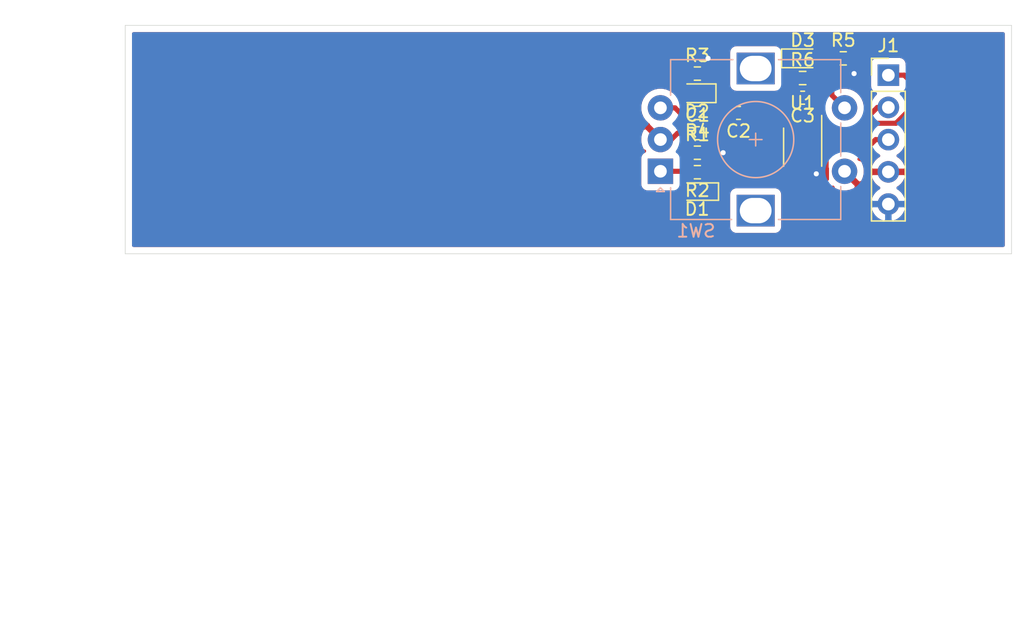
<source format=kicad_pcb>
(kicad_pcb (version 20171130) (host pcbnew 5.1.12-1.fc35)

  (general
    (thickness 1.6)
    (drawings 4)
    (tracks 85)
    (zones 0)
    (modules 15)
    (nets 12)
  )

  (page A4)
  (layers
    (0 F.Cu signal)
    (31 B.Cu signal)
    (32 B.Adhes user hide)
    (33 F.Adhes user hide)
    (34 B.Paste user hide)
    (35 F.Paste user hide)
    (36 B.SilkS user hide)
    (37 F.SilkS user hide)
    (38 B.Mask user hide)
    (39 F.Mask user)
    (40 Dwgs.User user)
    (41 Cmts.User user)
    (42 Eco1.User user hide)
    (43 Eco2.User user hide)
    (44 Edge.Cuts user)
    (45 Margin user)
    (46 B.CrtYd user)
    (47 F.CrtYd user)
    (48 B.Fab user hide)
    (49 F.Fab user hide)
  )

  (setup
    (last_trace_width 0.4)
    (user_trace_width 0.4)
    (user_trace_width 0.5)
    (user_trace_width 0.75)
    (user_trace_width 1)
    (trace_clearance 0.2)
    (zone_clearance 0.508)
    (zone_45_only no)
    (trace_min 0.2)
    (via_size 0.8)
    (via_drill 0.4)
    (via_min_size 0.4)
    (via_min_drill 0.3)
    (uvia_size 0.3)
    (uvia_drill 0.1)
    (uvias_allowed no)
    (uvia_min_size 0.2)
    (uvia_min_drill 0.1)
    (edge_width 0.05)
    (segment_width 0.2)
    (pcb_text_width 0.3)
    (pcb_text_size 1.5 1.5)
    (mod_edge_width 0.12)
    (mod_text_size 1 1)
    (mod_text_width 0.15)
    (pad_size 1.524 1.524)
    (pad_drill 0.762)
    (pad_to_mask_clearance 0)
    (aux_axis_origin 0 0)
    (visible_elements FFFFFF7F)
    (pcbplotparams
      (layerselection 0x010fc_ffffffff)
      (usegerberextensions false)
      (usegerberattributes true)
      (usegerberadvancedattributes true)
      (creategerberjobfile true)
      (excludeedgelayer true)
      (linewidth 0.100000)
      (plotframeref false)
      (viasonmask false)
      (mode 1)
      (useauxorigin false)
      (hpglpennumber 1)
      (hpglpenspeed 20)
      (hpglpendiameter 15.000000)
      (psnegative false)
      (psa4output false)
      (plotreference true)
      (plotvalue true)
      (plotinvisibletext false)
      (padsonsilk false)
      (subtractmaskfromsilk false)
      (outputformat 1)
      (mirror false)
      (drillshape 1)
      (scaleselection 1)
      (outputdirectory ""))
  )

  (net 0 "")
  (net 1 GND)
  (net 2 VCC)
  (net 3 Trig_1)
  (net 4 Trig_2)
  (net 5 Trig_3)
  (net 6 Sig_1)
  (net 7 Sig_2)
  (net 8 Sig_3)
  (net 9 "Net-(J1-Pad1)")
  (net 10 "Net-(J1-Pad2)")
  (net 11 "Net-(J1-Pad3)")

  (net_class Default "This is the default net class."
    (clearance 0.2)
    (trace_width 0.25)
    (via_dia 0.8)
    (via_drill 0.4)
    (uvia_dia 0.3)
    (uvia_drill 0.1)
    (add_net GND)
    (add_net "Net-(J1-Pad1)")
    (add_net "Net-(J1-Pad2)")
    (add_net "Net-(J1-Pad3)")
    (add_net Sig_1)
    (add_net Sig_2)
    (add_net Sig_3)
    (add_net Trig_1)
    (add_net Trig_2)
    (add_net Trig_3)
    (add_net VCC)
  )

  (module Resistor_SMD:R_0603_1608Metric_Pad0.98x0.95mm_HandSolder (layer F.Cu) (tedit 5F68FEEE) (tstamp 619EB4A2)
    (at 223.55 61.15)
    (descr "Resistor SMD 0603 (1608 Metric), square (rectangular) end terminal, IPC_7351 nominal with elongated pad for handsoldering. (Body size source: IPC-SM-782 page 72, https://www.pcb-3d.com/wordpress/wp-content/uploads/ipc-sm-782a_amendment_1_and_2.pdf), generated with kicad-footprint-generator")
    (tags "resistor handsolder")
    (path /61A01A41)
    (attr smd)
    (fp_text reference R6 (at 0 -1.43) (layer F.SilkS)
      (effects (font (size 1 1) (thickness 0.15)))
    )
    (fp_text value 18K2 (at 0 1.43) (layer F.Fab)
      (effects (font (size 1 1) (thickness 0.15)))
    )
    (fp_line (start 1.65 0.73) (end -1.65 0.73) (layer F.CrtYd) (width 0.05))
    (fp_line (start 1.65 -0.73) (end 1.65 0.73) (layer F.CrtYd) (width 0.05))
    (fp_line (start -1.65 -0.73) (end 1.65 -0.73) (layer F.CrtYd) (width 0.05))
    (fp_line (start -1.65 0.73) (end -1.65 -0.73) (layer F.CrtYd) (width 0.05))
    (fp_line (start -0.254724 0.5225) (end 0.254724 0.5225) (layer F.SilkS) (width 0.12))
    (fp_line (start -0.254724 -0.5225) (end 0.254724 -0.5225) (layer F.SilkS) (width 0.12))
    (fp_line (start 0.8 0.4125) (end -0.8 0.4125) (layer F.Fab) (width 0.1))
    (fp_line (start 0.8 -0.4125) (end 0.8 0.4125) (layer F.Fab) (width 0.1))
    (fp_line (start -0.8 -0.4125) (end 0.8 -0.4125) (layer F.Fab) (width 0.1))
    (fp_line (start -0.8 0.4125) (end -0.8 -0.4125) (layer F.Fab) (width 0.1))
    (fp_text user %R (at 0 0) (layer F.Fab)
      (effects (font (size 0.4 0.4) (thickness 0.06)))
    )
    (pad 2 smd roundrect (at 0.9125 0) (size 0.975 0.95) (layers F.Cu F.Paste F.Mask) (roundrect_rratio 0.25)
      (net 8 Sig_3))
    (pad 1 smd roundrect (at -0.9125 0) (size 0.975 0.95) (layers F.Cu F.Paste F.Mask) (roundrect_rratio 0.25)
      (net 5 Trig_3))
    (model ${KISYS3DMOD}/Resistor_SMD.3dshapes/R_0603_1608Metric.wrl
      (at (xyz 0 0 0))
      (scale (xyz 1 1 1))
      (rotate (xyz 0 0 0))
    )
  )

  (module Resistor_SMD:R_0603_1608Metric (layer F.Cu) (tedit 5F68FEEE) (tstamp 619EB493)
    (at 226.75 59.6)
    (descr "Resistor SMD 0603 (1608 Metric), square (rectangular) end terminal, IPC_7351 nominal, (Body size source: IPC-SM-782 page 72, https://www.pcb-3d.com/wordpress/wp-content/uploads/ipc-sm-782a_amendment_1_and_2.pdf), generated with kicad-footprint-generator")
    (tags resistor)
    (path /61A01A35)
    (attr smd)
    (fp_text reference R5 (at 0 -1.43) (layer F.SilkS)
      (effects (font (size 1 1) (thickness 0.15)))
    )
    (fp_text value 82K (at 0 1.43) (layer F.Fab)
      (effects (font (size 1 1) (thickness 0.15)))
    )
    (fp_line (start 1.48 0.73) (end -1.48 0.73) (layer F.CrtYd) (width 0.05))
    (fp_line (start 1.48 -0.73) (end 1.48 0.73) (layer F.CrtYd) (width 0.05))
    (fp_line (start -1.48 -0.73) (end 1.48 -0.73) (layer F.CrtYd) (width 0.05))
    (fp_line (start -1.48 0.73) (end -1.48 -0.73) (layer F.CrtYd) (width 0.05))
    (fp_line (start -0.237258 0.5225) (end 0.237258 0.5225) (layer F.SilkS) (width 0.12))
    (fp_line (start -0.237258 -0.5225) (end 0.237258 -0.5225) (layer F.SilkS) (width 0.12))
    (fp_line (start 0.8 0.4125) (end -0.8 0.4125) (layer F.Fab) (width 0.1))
    (fp_line (start 0.8 -0.4125) (end 0.8 0.4125) (layer F.Fab) (width 0.1))
    (fp_line (start -0.8 -0.4125) (end 0.8 -0.4125) (layer F.Fab) (width 0.1))
    (fp_line (start -0.8 0.4125) (end -0.8 -0.4125) (layer F.Fab) (width 0.1))
    (fp_text user %R (at 0 0) (layer F.Fab)
      (effects (font (size 0.4 0.4) (thickness 0.06)))
    )
    (pad 2 smd roundrect (at 0.825 0) (size 0.8 0.95) (layers F.Cu F.Paste F.Mask) (roundrect_rratio 0.25)
      (net 2 VCC))
    (pad 1 smd roundrect (at -0.825 0) (size 0.8 0.95) (layers F.Cu F.Paste F.Mask) (roundrect_rratio 0.25)
      (net 8 Sig_3))
    (model ${KISYS3DMOD}/Resistor_SMD.3dshapes/R_0603_1608Metric.wrl
      (at (xyz 0 0 0))
      (scale (xyz 1 1 1))
      (rotate (xyz 0 0 0))
    )
  )

  (module Resistor_SMD:R_0603_1608Metric (layer F.Cu) (tedit 5F68FEEE) (tstamp 61A10711)
    (at 215.258834 63.9 180)
    (descr "Resistor SMD 0603 (1608 Metric), square (rectangular) end terminal, IPC_7351 nominal, (Body size source: IPC-SM-782 page 72, https://www.pcb-3d.com/wordpress/wp-content/uploads/ipc-sm-782a_amendment_1_and_2.pdf), generated with kicad-footprint-generator")
    (tags resistor)
    (path /619FE153)
    (attr smd)
    (fp_text reference R4 (at 0 -1.43) (layer F.SilkS)
      (effects (font (size 1 1) (thickness 0.15)))
    )
    (fp_text value 18K2 (at 0 1.43) (layer F.Fab)
      (effects (font (size 1 1) (thickness 0.15)))
    )
    (fp_line (start 1.48 0.73) (end -1.48 0.73) (layer F.CrtYd) (width 0.05))
    (fp_line (start 1.48 -0.73) (end 1.48 0.73) (layer F.CrtYd) (width 0.05))
    (fp_line (start -1.48 -0.73) (end 1.48 -0.73) (layer F.CrtYd) (width 0.05))
    (fp_line (start -1.48 0.73) (end -1.48 -0.73) (layer F.CrtYd) (width 0.05))
    (fp_line (start -0.237258 0.5225) (end 0.237258 0.5225) (layer F.SilkS) (width 0.12))
    (fp_line (start -0.237258 -0.5225) (end 0.237258 -0.5225) (layer F.SilkS) (width 0.12))
    (fp_line (start 0.8 0.4125) (end -0.8 0.4125) (layer F.Fab) (width 0.1))
    (fp_line (start 0.8 -0.4125) (end 0.8 0.4125) (layer F.Fab) (width 0.1))
    (fp_line (start -0.8 -0.4125) (end 0.8 -0.4125) (layer F.Fab) (width 0.1))
    (fp_line (start -0.8 0.4125) (end -0.8 -0.4125) (layer F.Fab) (width 0.1))
    (fp_text user %R (at 0 0) (layer F.Fab)
      (effects (font (size 0.4 0.4) (thickness 0.06)))
    )
    (pad 2 smd roundrect (at 0.825 0 180) (size 0.8 0.95) (layers F.Cu F.Paste F.Mask) (roundrect_rratio 0.25)
      (net 7 Sig_2))
    (pad 1 smd roundrect (at -0.825 0 180) (size 0.8 0.95) (layers F.Cu F.Paste F.Mask) (roundrect_rratio 0.25)
      (net 4 Trig_2))
    (model ${KISYS3DMOD}/Resistor_SMD.3dshapes/R_0603_1608Metric.wrl
      (at (xyz 0 0 0))
      (scale (xyz 1 1 1))
      (rotate (xyz 0 0 0))
    )
  )

  (module Resistor_SMD:R_0603_1608Metric (layer F.Cu) (tedit 5F68FEEE) (tstamp 61A10741)
    (at 215.258834 60.8)
    (descr "Resistor SMD 0603 (1608 Metric), square (rectangular) end terminal, IPC_7351 nominal, (Body size source: IPC-SM-782 page 72, https://www.pcb-3d.com/wordpress/wp-content/uploads/ipc-sm-782a_amendment_1_and_2.pdf), generated with kicad-footprint-generator")
    (tags resistor)
    (path /619FE147)
    (attr smd)
    (fp_text reference R3 (at 0 -1.43) (layer F.SilkS)
      (effects (font (size 1 1) (thickness 0.15)))
    )
    (fp_text value 82K (at 0 1.43) (layer F.Fab)
      (effects (font (size 1 1) (thickness 0.15)))
    )
    (fp_line (start 1.48 0.73) (end -1.48 0.73) (layer F.CrtYd) (width 0.05))
    (fp_line (start 1.48 -0.73) (end 1.48 0.73) (layer F.CrtYd) (width 0.05))
    (fp_line (start -1.48 -0.73) (end 1.48 -0.73) (layer F.CrtYd) (width 0.05))
    (fp_line (start -1.48 0.73) (end -1.48 -0.73) (layer F.CrtYd) (width 0.05))
    (fp_line (start -0.237258 0.5225) (end 0.237258 0.5225) (layer F.SilkS) (width 0.12))
    (fp_line (start -0.237258 -0.5225) (end 0.237258 -0.5225) (layer F.SilkS) (width 0.12))
    (fp_line (start 0.8 0.4125) (end -0.8 0.4125) (layer F.Fab) (width 0.1))
    (fp_line (start 0.8 -0.4125) (end 0.8 0.4125) (layer F.Fab) (width 0.1))
    (fp_line (start -0.8 -0.4125) (end 0.8 -0.4125) (layer F.Fab) (width 0.1))
    (fp_line (start -0.8 0.4125) (end -0.8 -0.4125) (layer F.Fab) (width 0.1))
    (fp_text user %R (at 0 0) (layer F.Fab)
      (effects (font (size 0.4 0.4) (thickness 0.06)))
    )
    (pad 2 smd roundrect (at 0.825 0) (size 0.8 0.95) (layers F.Cu F.Paste F.Mask) (roundrect_rratio 0.25)
      (net 2 VCC))
    (pad 1 smd roundrect (at -0.825 0) (size 0.8 0.95) (layers F.Cu F.Paste F.Mask) (roundrect_rratio 0.25)
      (net 7 Sig_2))
    (model ${KISYS3DMOD}/Resistor_SMD.3dshapes/R_0603_1608Metric.wrl
      (at (xyz 0 0 0))
      (scale (xyz 1 1 1))
      (rotate (xyz 0 0 0))
    )
  )

  (module Resistor_SMD:R_0603_1608Metric (layer F.Cu) (tedit 5F68FEEE) (tstamp 619E9FA2)
    (at 215.258834 68.573334 180)
    (descr "Resistor SMD 0603 (1608 Metric), square (rectangular) end terminal, IPC_7351 nominal, (Body size source: IPC-SM-782 page 72, https://www.pcb-3d.com/wordpress/wp-content/uploads/ipc-sm-782a_amendment_1_and_2.pdf), generated with kicad-footprint-generator")
    (tags resistor)
    (path /619D627B)
    (attr smd)
    (fp_text reference R2 (at 0 -1.43) (layer F.SilkS)
      (effects (font (size 1 1) (thickness 0.15)))
    )
    (fp_text value 18K2 (at 0 1.43) (layer F.Fab)
      (effects (font (size 1 1) (thickness 0.15)))
    )
    (fp_text user %R (at 0 0) (layer F.Fab)
      (effects (font (size 0.4 0.4) (thickness 0.06)))
    )
    (fp_line (start -0.8 0.4125) (end -0.8 -0.4125) (layer F.Fab) (width 0.1))
    (fp_line (start -0.8 -0.4125) (end 0.8 -0.4125) (layer F.Fab) (width 0.1))
    (fp_line (start 0.8 -0.4125) (end 0.8 0.4125) (layer F.Fab) (width 0.1))
    (fp_line (start 0.8 0.4125) (end -0.8 0.4125) (layer F.Fab) (width 0.1))
    (fp_line (start -0.237258 -0.5225) (end 0.237258 -0.5225) (layer F.SilkS) (width 0.12))
    (fp_line (start -0.237258 0.5225) (end 0.237258 0.5225) (layer F.SilkS) (width 0.12))
    (fp_line (start -1.48 0.73) (end -1.48 -0.73) (layer F.CrtYd) (width 0.05))
    (fp_line (start -1.48 -0.73) (end 1.48 -0.73) (layer F.CrtYd) (width 0.05))
    (fp_line (start 1.48 -0.73) (end 1.48 0.73) (layer F.CrtYd) (width 0.05))
    (fp_line (start 1.48 0.73) (end -1.48 0.73) (layer F.CrtYd) (width 0.05))
    (pad 1 smd roundrect (at -0.825 0 180) (size 0.8 0.95) (layers F.Cu F.Paste F.Mask) (roundrect_rratio 0.25)
      (net 3 Trig_1))
    (pad 2 smd roundrect (at 0.825 0 180) (size 0.8 0.95) (layers F.Cu F.Paste F.Mask) (roundrect_rratio 0.25)
      (net 6 Sig_1))
    (model ${KISYS3DMOD}/Resistor_SMD.3dshapes/R_0603_1608Metric.wrl
      (at (xyz 0 0 0))
      (scale (xyz 1 1 1))
      (rotate (xyz 0 0 0))
    )
  )

  (module Resistor_SMD:R_0603_1608Metric (layer F.Cu) (tedit 5F68FEEE) (tstamp 619E9FB6)
    (at 215.258834 67.036668)
    (descr "Resistor SMD 0603 (1608 Metric), square (rectangular) end terminal, IPC_7351 nominal, (Body size source: IPC-SM-782 page 72, https://www.pcb-3d.com/wordpress/wp-content/uploads/ipc-sm-782a_amendment_1_and_2.pdf), generated with kicad-footprint-generator")
    (tags resistor)
    (path /619D386E)
    (attr smd)
    (fp_text reference R1 (at 0 -1.43) (layer F.SilkS)
      (effects (font (size 1 1) (thickness 0.15)))
    )
    (fp_text value 82K (at 0 1.43) (layer F.Fab)
      (effects (font (size 1 1) (thickness 0.15)))
    )
    (fp_text user %R (at 0 0) (layer F.Fab)
      (effects (font (size 0.4 0.4) (thickness 0.06)))
    )
    (fp_line (start -0.8 0.4125) (end -0.8 -0.4125) (layer F.Fab) (width 0.1))
    (fp_line (start -0.8 -0.4125) (end 0.8 -0.4125) (layer F.Fab) (width 0.1))
    (fp_line (start 0.8 -0.4125) (end 0.8 0.4125) (layer F.Fab) (width 0.1))
    (fp_line (start 0.8 0.4125) (end -0.8 0.4125) (layer F.Fab) (width 0.1))
    (fp_line (start -0.237258 -0.5225) (end 0.237258 -0.5225) (layer F.SilkS) (width 0.12))
    (fp_line (start -0.237258 0.5225) (end 0.237258 0.5225) (layer F.SilkS) (width 0.12))
    (fp_line (start -1.48 0.73) (end -1.48 -0.73) (layer F.CrtYd) (width 0.05))
    (fp_line (start -1.48 -0.73) (end 1.48 -0.73) (layer F.CrtYd) (width 0.05))
    (fp_line (start 1.48 -0.73) (end 1.48 0.73) (layer F.CrtYd) (width 0.05))
    (fp_line (start 1.48 0.73) (end -1.48 0.73) (layer F.CrtYd) (width 0.05))
    (pad 1 smd roundrect (at -0.825 0) (size 0.8 0.95) (layers F.Cu F.Paste F.Mask) (roundrect_rratio 0.25)
      (net 6 Sig_1))
    (pad 2 smd roundrect (at 0.825 0) (size 0.8 0.95) (layers F.Cu F.Paste F.Mask) (roundrect_rratio 0.25)
      (net 2 VCC))
    (model ${KISYS3DMOD}/Resistor_SMD.3dshapes/R_0603_1608Metric.wrl
      (at (xyz 0 0 0))
      (scale (xyz 1 1 1))
      (rotate (xyz 0 0 0))
    )
  )

  (module Diode_SMD:D_0603_1608Metric_Pad1.05x0.95mm_HandSolder (layer F.Cu) (tedit 5F68FEF0) (tstamp 619EB360)
    (at 223.55 59.6)
    (descr "Diode SMD 0603 (1608 Metric), square (rectangular) end terminal, IPC_7351 nominal, (Body size source: http://www.tortai-tech.com/upload/download/2011102023233369053.pdf), generated with kicad-footprint-generator")
    (tags "diode handsolder")
    (path /61A01A49)
    (attr smd)
    (fp_text reference D3 (at 0 -1.43) (layer F.SilkS)
      (effects (font (size 1 1) (thickness 0.15)))
    )
    (fp_text value 1N4148 (at 0 1.43) (layer F.Fab)
      (effects (font (size 1 1) (thickness 0.15)))
    )
    (fp_line (start 1.65 0.73) (end -1.65 0.73) (layer F.CrtYd) (width 0.05))
    (fp_line (start 1.65 -0.73) (end 1.65 0.73) (layer F.CrtYd) (width 0.05))
    (fp_line (start -1.65 -0.73) (end 1.65 -0.73) (layer F.CrtYd) (width 0.05))
    (fp_line (start -1.65 0.73) (end -1.65 -0.73) (layer F.CrtYd) (width 0.05))
    (fp_line (start -1.66 0.735) (end 0.8 0.735) (layer F.SilkS) (width 0.12))
    (fp_line (start -1.66 -0.735) (end -1.66 0.735) (layer F.SilkS) (width 0.12))
    (fp_line (start 0.8 -0.735) (end -1.66 -0.735) (layer F.SilkS) (width 0.12))
    (fp_line (start 0.8 0.4) (end 0.8 -0.4) (layer F.Fab) (width 0.1))
    (fp_line (start -0.8 0.4) (end 0.8 0.4) (layer F.Fab) (width 0.1))
    (fp_line (start -0.8 -0.1) (end -0.8 0.4) (layer F.Fab) (width 0.1))
    (fp_line (start -0.5 -0.4) (end -0.8 -0.1) (layer F.Fab) (width 0.1))
    (fp_line (start 0.8 -0.4) (end -0.5 -0.4) (layer F.Fab) (width 0.1))
    (fp_text user %R (at 0 0) (layer F.Fab)
      (effects (font (size 0.4 0.4) (thickness 0.06)))
    )
    (pad 2 smd roundrect (at 0.875 0) (size 1.05 0.95) (layers F.Cu F.Paste F.Mask) (roundrect_rratio 0.25)
      (net 8 Sig_3))
    (pad 1 smd roundrect (at -0.875 0) (size 1.05 0.95) (layers F.Cu F.Paste F.Mask) (roundrect_rratio 0.25)
      (net 5 Trig_3))
    (model ${KISYS3DMOD}/Diode_SMD.3dshapes/D_0603_1608Metric.wrl
      (at (xyz 0 0 0))
      (scale (xyz 1 1 1))
      (rotate (xyz 0 0 0))
    )
  )

  (module Diode_SMD:D_0603_1608Metric (layer F.Cu) (tedit 5F68FEF0) (tstamp 61A106DD)
    (at 215.238834 62.35 180)
    (descr "Diode SMD 0603 (1608 Metric), square (rectangular) end terminal, IPC_7351 nominal, (Body size source: http://www.tortai-tech.com/upload/download/2011102023233369053.pdf), generated with kicad-footprint-generator")
    (tags diode)
    (path /619FE15B)
    (attr smd)
    (fp_text reference D2 (at 0 -1.43) (layer F.SilkS)
      (effects (font (size 1 1) (thickness 0.15)))
    )
    (fp_text value 1N4148 (at 0 1.43) (layer F.Fab)
      (effects (font (size 1 1) (thickness 0.15)))
    )
    (fp_line (start 1.48 0.73) (end -1.48 0.73) (layer F.CrtYd) (width 0.05))
    (fp_line (start 1.48 -0.73) (end 1.48 0.73) (layer F.CrtYd) (width 0.05))
    (fp_line (start -1.48 -0.73) (end 1.48 -0.73) (layer F.CrtYd) (width 0.05))
    (fp_line (start -1.48 0.73) (end -1.48 -0.73) (layer F.CrtYd) (width 0.05))
    (fp_line (start -1.485 0.735) (end 0.8 0.735) (layer F.SilkS) (width 0.12))
    (fp_line (start -1.485 -0.735) (end -1.485 0.735) (layer F.SilkS) (width 0.12))
    (fp_line (start 0.8 -0.735) (end -1.485 -0.735) (layer F.SilkS) (width 0.12))
    (fp_line (start 0.8 0.4) (end 0.8 -0.4) (layer F.Fab) (width 0.1))
    (fp_line (start -0.8 0.4) (end 0.8 0.4) (layer F.Fab) (width 0.1))
    (fp_line (start -0.8 -0.1) (end -0.8 0.4) (layer F.Fab) (width 0.1))
    (fp_line (start -0.5 -0.4) (end -0.8 -0.1) (layer F.Fab) (width 0.1))
    (fp_line (start 0.8 -0.4) (end -0.5 -0.4) (layer F.Fab) (width 0.1))
    (fp_text user %R (at 0 0) (layer F.Fab)
      (effects (font (size 0.4 0.4) (thickness 0.06)))
    )
    (pad 2 smd roundrect (at 0.7875 0 180) (size 0.875 0.95) (layers F.Cu F.Paste F.Mask) (roundrect_rratio 0.25)
      (net 7 Sig_2))
    (pad 1 smd roundrect (at -0.7875 0 180) (size 0.875 0.95) (layers F.Cu F.Paste F.Mask) (roundrect_rratio 0.25)
      (net 4 Trig_2))
    (model ${KISYS3DMOD}/Diode_SMD.3dshapes/D_0603_1608Metric.wrl
      (at (xyz 0 0 0))
      (scale (xyz 1 1 1))
      (rotate (xyz 0 0 0))
    )
  )

  (module Diode_SMD:D_0603_1608Metric_Castellated (layer F.Cu) (tedit 5F68FEF1) (tstamp 619E9F91)
    (at 215.238834 70.1 180)
    (descr "Diode SMD 0603 (1608 Metric), castellated end terminal, IPC_7351 nominal, (Body size source: http://www.tortai-tech.com/upload/download/2011102023233369053.pdf), generated with kicad-footprint-generator")
    (tags "diode castellated")
    (path /619D2140)
    (attr smd)
    (fp_text reference D1 (at 0 -1.38) (layer F.SilkS)
      (effects (font (size 1 1) (thickness 0.15)))
    )
    (fp_text value 1N4148 (at 0 1.38) (layer F.Fab)
      (effects (font (size 1 1) (thickness 0.15)))
    )
    (fp_text user %R (at 0 0) (layer F.Fab)
      (effects (font (size 0.4 0.4) (thickness 0.06)))
    )
    (fp_line (start 0.8 -0.4) (end -0.5 -0.4) (layer F.Fab) (width 0.1))
    (fp_line (start -0.5 -0.4) (end -0.8 -0.1) (layer F.Fab) (width 0.1))
    (fp_line (start -0.8 -0.1) (end -0.8 0.4) (layer F.Fab) (width 0.1))
    (fp_line (start -0.8 0.4) (end 0.8 0.4) (layer F.Fab) (width 0.1))
    (fp_line (start 0.8 0.4) (end 0.8 -0.4) (layer F.Fab) (width 0.1))
    (fp_line (start 0.8 -0.685) (end -1.685 -0.685) (layer F.SilkS) (width 0.12))
    (fp_line (start -1.685 -0.685) (end -1.685 0.685) (layer F.SilkS) (width 0.12))
    (fp_line (start -1.685 0.685) (end 0.8 0.685) (layer F.SilkS) (width 0.12))
    (fp_line (start -1.68 0.68) (end -1.68 -0.68) (layer F.CrtYd) (width 0.05))
    (fp_line (start -1.68 -0.68) (end 1.68 -0.68) (layer F.CrtYd) (width 0.05))
    (fp_line (start 1.68 -0.68) (end 1.68 0.68) (layer F.CrtYd) (width 0.05))
    (fp_line (start 1.68 0.68) (end -1.68 0.68) (layer F.CrtYd) (width 0.05))
    (pad 1 smd roundrect (at -0.8125 0 180) (size 1.225 0.85) (layers F.Cu F.Paste F.Mask) (roundrect_rratio 0.25)
      (net 3 Trig_1))
    (pad 2 smd roundrect (at 0.8125 0 180) (size 1.225 0.85) (layers F.Cu F.Paste F.Mask) (roundrect_rratio 0.25)
      (net 6 Sig_1))
    (model ${KISYS3DMOD}/Diode_SMD.3dshapes/D_0603_1608Metric_Castellated.wrl
      (at (xyz 0 0 0))
      (scale (xyz 1 1 1))
      (rotate (xyz 0 0 0))
    )
  )

  (module Capacitor_SMD:C_0603_1608Metric_Pad1.08x0.95mm_HandSolder (layer F.Cu) (tedit 5F68FEEF) (tstamp 619EB2C0)
    (at 223.55 62.7 180)
    (descr "Capacitor SMD 0603 (1608 Metric), square (rectangular) end terminal, IPC_7351 nominal with elongated pad for handsoldering. (Body size source: IPC-SM-782 page 76, https://www.pcb-3d.com/wordpress/wp-content/uploads/ipc-sm-782a_amendment_1_and_2.pdf), generated with kicad-footprint-generator")
    (tags "capacitor handsolder")
    (path /61A01A4F)
    (attr smd)
    (fp_text reference C3 (at 0 -1.43) (layer F.SilkS)
      (effects (font (size 1 1) (thickness 0.15)))
    )
    (fp_text value 100nF (at 0 1.43) (layer F.Fab)
      (effects (font (size 1 1) (thickness 0.15)))
    )
    (fp_line (start 1.65 0.73) (end -1.65 0.73) (layer F.CrtYd) (width 0.05))
    (fp_line (start 1.65 -0.73) (end 1.65 0.73) (layer F.CrtYd) (width 0.05))
    (fp_line (start -1.65 -0.73) (end 1.65 -0.73) (layer F.CrtYd) (width 0.05))
    (fp_line (start -1.65 0.73) (end -1.65 -0.73) (layer F.CrtYd) (width 0.05))
    (fp_line (start -0.146267 0.51) (end 0.146267 0.51) (layer F.SilkS) (width 0.12))
    (fp_line (start -0.146267 -0.51) (end 0.146267 -0.51) (layer F.SilkS) (width 0.12))
    (fp_line (start 0.8 0.4) (end -0.8 0.4) (layer F.Fab) (width 0.1))
    (fp_line (start 0.8 -0.4) (end 0.8 0.4) (layer F.Fab) (width 0.1))
    (fp_line (start -0.8 -0.4) (end 0.8 -0.4) (layer F.Fab) (width 0.1))
    (fp_line (start -0.8 0.4) (end -0.8 -0.4) (layer F.Fab) (width 0.1))
    (fp_text user %R (at 0 0) (layer F.Fab)
      (effects (font (size 0.4 0.4) (thickness 0.06)))
    )
    (pad 2 smd roundrect (at 0.8625 0 180) (size 1.075 0.95) (layers F.Cu F.Paste F.Mask) (roundrect_rratio 0.25)
      (net 5 Trig_3))
    (pad 1 smd roundrect (at -0.8625 0 180) (size 1.075 0.95) (layers F.Cu F.Paste F.Mask) (roundrect_rratio 0.25)
      (net 1 GND))
    (model ${KISYS3DMOD}/Capacitor_SMD.3dshapes/C_0603_1608Metric.wrl
      (at (xyz 0 0 0))
      (scale (xyz 1 1 1))
      (rotate (xyz 0 0 0))
    )
  )

  (module Capacitor_SMD:C_0603_1608Metric_Pad1.08x0.95mm_HandSolder (layer F.Cu) (tedit 5F68FEEF) (tstamp 61A106AB)
    (at 218.5 63.9 180)
    (descr "Capacitor SMD 0603 (1608 Metric), square (rectangular) end terminal, IPC_7351 nominal with elongated pad for handsoldering. (Body size source: IPC-SM-782 page 76, https://www.pcb-3d.com/wordpress/wp-content/uploads/ipc-sm-782a_amendment_1_and_2.pdf), generated with kicad-footprint-generator")
    (tags "capacitor handsolder")
    (path /619FE161)
    (attr smd)
    (fp_text reference C2 (at 0 -1.43) (layer F.SilkS)
      (effects (font (size 1 1) (thickness 0.15)))
    )
    (fp_text value 100nF (at 0 1.43) (layer F.Fab)
      (effects (font (size 1 1) (thickness 0.15)))
    )
    (fp_line (start 1.65 0.73) (end -1.65 0.73) (layer F.CrtYd) (width 0.05))
    (fp_line (start 1.65 -0.73) (end 1.65 0.73) (layer F.CrtYd) (width 0.05))
    (fp_line (start -1.65 -0.73) (end 1.65 -0.73) (layer F.CrtYd) (width 0.05))
    (fp_line (start -1.65 0.73) (end -1.65 -0.73) (layer F.CrtYd) (width 0.05))
    (fp_line (start -0.146267 0.51) (end 0.146267 0.51) (layer F.SilkS) (width 0.12))
    (fp_line (start -0.146267 -0.51) (end 0.146267 -0.51) (layer F.SilkS) (width 0.12))
    (fp_line (start 0.8 0.4) (end -0.8 0.4) (layer F.Fab) (width 0.1))
    (fp_line (start 0.8 -0.4) (end 0.8 0.4) (layer F.Fab) (width 0.1))
    (fp_line (start -0.8 -0.4) (end 0.8 -0.4) (layer F.Fab) (width 0.1))
    (fp_line (start -0.8 0.4) (end -0.8 -0.4) (layer F.Fab) (width 0.1))
    (fp_text user %R (at 0 0) (layer F.Fab)
      (effects (font (size 0.4 0.4) (thickness 0.06)))
    )
    (pad 2 smd roundrect (at 0.8625 0 180) (size 1.075 0.95) (layers F.Cu F.Paste F.Mask) (roundrect_rratio 0.25)
      (net 4 Trig_2))
    (pad 1 smd roundrect (at -0.8625 0 180) (size 1.075 0.95) (layers F.Cu F.Paste F.Mask) (roundrect_rratio 0.25)
      (net 1 GND))
    (model ${KISYS3DMOD}/Capacitor_SMD.3dshapes/C_0603_1608Metric.wrl
      (at (xyz 0 0 0))
      (scale (xyz 1 1 1))
      (rotate (xyz 0 0 0))
    )
  )

  (module Capacitor_SMD:C_0603_1608Metric_Pad1.08x0.95mm_HandSolder (layer F.Cu) (tedit 5F68FEEF) (tstamp 619EDB0D)
    (at 215.258834 65.5)
    (descr "Capacitor SMD 0603 (1608 Metric), square (rectangular) end terminal, IPC_7351 nominal with elongated pad for handsoldering. (Body size source: IPC-SM-782 page 76, https://www.pcb-3d.com/wordpress/wp-content/uploads/ipc-sm-782a_amendment_1_and_2.pdf), generated with kicad-footprint-generator")
    (tags "capacitor handsolder")
    (path /619D2E8F)
    (attr smd)
    (fp_text reference C1 (at 0 -1.43) (layer F.SilkS)
      (effects (font (size 1 1) (thickness 0.15)))
    )
    (fp_text value 100nF (at 0 1.43) (layer F.Fab)
      (effects (font (size 1 1) (thickness 0.15)))
    )
    (fp_text user %R (at 0 0) (layer F.Fab)
      (effects (font (size 0.4 0.4) (thickness 0.06)))
    )
    (fp_line (start -0.8 0.4) (end -0.8 -0.4) (layer F.Fab) (width 0.1))
    (fp_line (start -0.8 -0.4) (end 0.8 -0.4) (layer F.Fab) (width 0.1))
    (fp_line (start 0.8 -0.4) (end 0.8 0.4) (layer F.Fab) (width 0.1))
    (fp_line (start 0.8 0.4) (end -0.8 0.4) (layer F.Fab) (width 0.1))
    (fp_line (start -0.146267 -0.51) (end 0.146267 -0.51) (layer F.SilkS) (width 0.12))
    (fp_line (start -0.146267 0.51) (end 0.146267 0.51) (layer F.SilkS) (width 0.12))
    (fp_line (start -1.65 0.73) (end -1.65 -0.73) (layer F.CrtYd) (width 0.05))
    (fp_line (start -1.65 -0.73) (end 1.65 -0.73) (layer F.CrtYd) (width 0.05))
    (fp_line (start 1.65 -0.73) (end 1.65 0.73) (layer F.CrtYd) (width 0.05))
    (fp_line (start 1.65 0.73) (end -1.65 0.73) (layer F.CrtYd) (width 0.05))
    (pad 1 smd roundrect (at -0.8625 0) (size 1.075 0.95) (layers F.Cu F.Paste F.Mask) (roundrect_rratio 0.25)
      (net 1 GND))
    (pad 2 smd roundrect (at 0.8625 0) (size 1.075 0.95) (layers F.Cu F.Paste F.Mask) (roundrect_rratio 0.25)
      (net 3 Trig_1))
    (model ${KISYS3DMOD}/Capacitor_SMD.3dshapes/C_0603_1608Metric.wrl
      (at (xyz 0 0 0))
      (scale (xyz 1 1 1))
      (rotate (xyz 0 0 0))
    )
  )

  (module Package_SO:SSOP-8_2.95x2.8mm_P0.65mm (layer F.Cu) (tedit 5A02F25C) (tstamp 619EA000)
    (at 223.55 66.6 270)
    (descr "SSOP-8 2.9 x2.8mm Pitch 0.65mm")
    (tags "SSOP-8 2.95x2.8mm Pitch 0.65mm")
    (path /619EC3D6)
    (attr smd)
    (fp_text reference U1 (at -3.5 0 180) (layer F.SilkS)
      (effects (font (size 1 1) (thickness 0.15)))
    )
    (fp_text value 74LVC3G14 (at 0 2.6 90) (layer F.Fab)
      (effects (font (size 1 1) (thickness 0.15)))
    )
    (fp_line (start -2.75 -1.65) (end 2.75 -1.65) (layer F.CrtYd) (width 0.05))
    (fp_line (start -2.75 1.65) (end -2.75 -1.65) (layer F.CrtYd) (width 0.05))
    (fp_line (start 2.75 1.65) (end -2.75 1.65) (layer F.CrtYd) (width 0.05))
    (fp_line (start 2.75 -1.65) (end 2.75 1.65) (layer F.CrtYd) (width 0.05))
    (fp_line (start 1.5 1.5) (end -1.5 1.5) (layer F.SilkS) (width 0.12))
    (fp_line (start 1.5 -1.5) (end -2.5 -1.5) (layer F.SilkS) (width 0.12))
    (fp_line (start -0.475 -1.4) (end -1.475 -0.7) (layer F.Fab) (width 0.1))
    (fp_line (start -0.475 -1.4) (end 1.475 -1.4) (layer F.Fab) (width 0.1))
    (fp_line (start -1.475 1.4) (end -1.475 -0.7) (layer F.Fab) (width 0.1))
    (fp_line (start 1.475 1.4) (end -1.475 1.4) (layer F.Fab) (width 0.1))
    (fp_line (start 1.475 -1.4) (end 1.475 1.4) (layer F.Fab) (width 0.1))
    (fp_text user %R (at 0 0 90) (layer F.Fab)
      (effects (font (size 0.6 0.6) (thickness 0.15)))
    )
    (pad 8 smd rect (at 1.7 -0.975 180) (size 0.3 1.6) (layers F.Cu F.Paste F.Mask)
      (net 2 VCC))
    (pad 7 smd rect (at 1.7 -0.325 180) (size 0.3 1.6) (layers F.Cu F.Paste F.Mask)
      (net 9 "Net-(J1-Pad1)"))
    (pad 6 smd rect (at 1.7 0.325 180) (size 0.3 1.6) (layers F.Cu F.Paste F.Mask)
      (net 4 Trig_2))
    (pad 5 smd rect (at 1.7 0.975 180) (size 0.3 1.6) (layers F.Cu F.Paste F.Mask)
      (net 11 "Net-(J1-Pad3)"))
    (pad 4 smd rect (at -1.7 0.975 180) (size 0.3 1.6) (layers F.Cu F.Paste F.Mask)
      (net 1 GND))
    (pad 3 smd rect (at -1.7 0.325 180) (size 0.3 1.6) (layers F.Cu F.Paste F.Mask)
      (net 5 Trig_3))
    (pad 2 smd rect (at -1.7 -0.325 180) (size 0.3 1.6) (layers F.Cu F.Paste F.Mask)
      (net 10 "Net-(J1-Pad2)"))
    (pad 1 smd rect (at -1.7 -0.975 180) (size 0.3 1.6) (layers F.Cu F.Paste F.Mask)
      (net 3 Trig_1))
    (model ${KISYS3DMOD}/Package_SO.3dshapes/SSOP-8_2.95x2.8mm_P0.65mm.wrl
      (at (xyz 0 0 0))
      (scale (xyz 1 1 1))
      (rotate (xyz 0 0 0))
    )
  )

  (module Rotary_Encoder:RotaryEncoder_Alps_EC12E-Switch_Vertical_H20mm locked (layer B.Cu) (tedit 5A64F492) (tstamp 619FE549)
    (at 212.35 68.5)
    (descr "Alps rotary encoder, EC12E... with switch, vertical shaft, http://www.alps.com/prod/info/E/HTML/Encoder/Incremental/EC12E/EC12E1240405.html & http://cdn-reichelt.de/documents/datenblatt/F100/402097STEC12E08.PDF")
    (tags "rotary encoder")
    (path /619FF0BC)
    (fp_text reference SW1 (at 2.8 4.7) (layer B.SilkS)
      (effects (font (size 1 1) (thickness 0.15)) (justify mirror))
    )
    (fp_text value Rotary_Encoder_Switch (at 7.5 -10.4) (layer B.Fab)
      (effects (font (size 1 1) (thickness 0.15)) (justify mirror))
    )
    (fp_line (start 7 -2.5) (end 8 -2.5) (layer B.SilkS) (width 0.12))
    (fp_line (start 7.5 -2) (end 7.5 -3) (layer B.SilkS) (width 0.12))
    (fp_line (start 14.2 -6.2) (end 14.2 -8.8) (layer B.SilkS) (width 0.12))
    (fp_line (start 14.2 -1.2) (end 14.2 -3.8) (layer B.SilkS) (width 0.12))
    (fp_line (start 14.2 3.8) (end 14.2 1.2) (layer B.SilkS) (width 0.12))
    (fp_line (start 4.5 -2.5) (end 10.5 -2.5) (layer B.Fab) (width 0.12))
    (fp_line (start 7.5 0.5) (end 7.5 -5.5) (layer B.Fab) (width 0.12))
    (fp_line (start 0.3 1.6) (end 0 1.3) (layer B.SilkS) (width 0.12))
    (fp_line (start -0.3 1.6) (end 0.3 1.6) (layer B.SilkS) (width 0.12))
    (fp_line (start 0 1.3) (end -0.3 1.6) (layer B.SilkS) (width 0.12))
    (fp_line (start 0.8 3.8) (end 0.8 1.3) (layer B.SilkS) (width 0.12))
    (fp_line (start 5.6 3.8) (end 0.8 3.8) (layer B.SilkS) (width 0.12))
    (fp_line (start 0.8 -8.8) (end 0.8 -6) (layer B.SilkS) (width 0.12))
    (fp_line (start 5.7 -8.8) (end 0.8 -8.8) (layer B.SilkS) (width 0.12))
    (fp_line (start 14.2 -8.8) (end 9.3 -8.8) (layer B.SilkS) (width 0.12))
    (fp_line (start 9.3 3.8) (end 14.2 3.8) (layer B.SilkS) (width 0.12))
    (fp_line (start 0.9 2.6) (end 1.9 3.7) (layer B.Fab) (width 0.12))
    (fp_line (start 0.9 -8.7) (end 0.9 2.6) (layer B.Fab) (width 0.12))
    (fp_line (start 14.1 -8.7) (end 0.9 -8.7) (layer B.Fab) (width 0.12))
    (fp_line (start 14.1 3.7) (end 14.1 -8.7) (layer B.Fab) (width 0.12))
    (fp_line (start 1.9 3.7) (end 14.1 3.7) (layer B.Fab) (width 0.12))
    (fp_line (start -1.5 4.85) (end 16 4.85) (layer B.CrtYd) (width 0.05))
    (fp_line (start -1.5 4.85) (end -1.5 -9.85) (layer B.CrtYd) (width 0.05))
    (fp_line (start 16 -9.85) (end 16 4.85) (layer B.CrtYd) (width 0.05))
    (fp_line (start 16 -9.85) (end -1.5 -9.85) (layer B.CrtYd) (width 0.05))
    (fp_circle (center 7.5 -2.5) (end 10.5 -2.5) (layer B.SilkS) (width 0.12))
    (fp_circle (center 7.5 -2.5) (end 10.5 -2.5) (layer B.Fab) (width 0.12))
    (fp_text user %R (at 11.5 -6.6) (layer B.Fab)
      (effects (font (size 1 1) (thickness 0.15)) (justify mirror))
    )
    (pad S2 thru_hole circle (at 14.5 -5) (size 2 2) (drill 1) (layers *.Cu *.Mask)
      (net 8 Sig_3))
    (pad S1 thru_hole circle (at 14.5 0) (size 2 2) (drill 1) (layers *.Cu *.Mask)
      (net 1 GND))
    (pad MP thru_hole rect (at 7.5 -8.1) (size 3 2.5) (drill oval 2.5 2) (layers *.Cu *.Mask))
    (pad MP thru_hole rect (at 7.5 3.1) (size 3 2.5) (drill oval 2.5 2) (layers *.Cu *.Mask))
    (pad B thru_hole circle (at 0 -5) (size 2 2) (drill 1) (layers *.Cu *.Mask)
      (net 7 Sig_2))
    (pad C thru_hole circle (at 0 -2.5) (size 2 2) (drill 1) (layers *.Cu *.Mask)
      (net 1 GND))
    (pad A thru_hole rect (at 0 0) (size 2 2) (drill 1) (layers *.Cu *.Mask)
      (net 6 Sig_1))
    (model ${KISYS3DMOD}/Rotary_Encoder.3dshapes/RotaryEncoder_Alps_EC12E-Switch_Vertical_H20mm.wrl
      (at (xyz 0 0 0))
      (scale (xyz 1 1 1))
      (rotate (xyz 0 5 0))
    )
    (model /home/graham/KiCAD/libraries_3rdParty/ALPS_Encoder/EC12E-150/EC12E-150.STEP
      (offset (xyz 7.5 -2.5 2.5))
      (scale (xyz 1 1 1))
      (rotate (xyz 0 0 90))
    )
  )

  (module Connector_PinHeader_2.54mm:PinHeader_1x05_P2.54mm_Vertical locked (layer F.Cu) (tedit 59FED5CC) (tstamp 61A137F2)
    (at 230.3 60.925)
    (descr "Through hole straight pin header, 1x05, 2.54mm pitch, single row")
    (tags "Through hole pin header THT 1x05 2.54mm single row")
    (path /61B1F759)
    (fp_text reference J1 (at 0 -2.33) (layer F.SilkS)
      (effects (font (size 1 1) (thickness 0.15)))
    )
    (fp_text value Interface (at 0 12.49) (layer F.Fab)
      (effects (font (size 1 1) (thickness 0.15)))
    )
    (fp_line (start -0.635 -1.27) (end 1.27 -1.27) (layer F.Fab) (width 0.1))
    (fp_line (start 1.27 -1.27) (end 1.27 11.43) (layer F.Fab) (width 0.1))
    (fp_line (start 1.27 11.43) (end -1.27 11.43) (layer F.Fab) (width 0.1))
    (fp_line (start -1.27 11.43) (end -1.27 -0.635) (layer F.Fab) (width 0.1))
    (fp_line (start -1.27 -0.635) (end -0.635 -1.27) (layer F.Fab) (width 0.1))
    (fp_line (start -1.33 11.49) (end 1.33 11.49) (layer F.SilkS) (width 0.12))
    (fp_line (start -1.33 1.27) (end -1.33 11.49) (layer F.SilkS) (width 0.12))
    (fp_line (start 1.33 1.27) (end 1.33 11.49) (layer F.SilkS) (width 0.12))
    (fp_line (start -1.33 1.27) (end 1.33 1.27) (layer F.SilkS) (width 0.12))
    (fp_line (start -1.33 0) (end -1.33 -1.33) (layer F.SilkS) (width 0.12))
    (fp_line (start -1.33 -1.33) (end 0 -1.33) (layer F.SilkS) (width 0.12))
    (fp_line (start -1.8 -1.8) (end -1.8 11.95) (layer F.CrtYd) (width 0.05))
    (fp_line (start -1.8 11.95) (end 1.8 11.95) (layer F.CrtYd) (width 0.05))
    (fp_line (start 1.8 11.95) (end 1.8 -1.8) (layer F.CrtYd) (width 0.05))
    (fp_line (start 1.8 -1.8) (end -1.8 -1.8) (layer F.CrtYd) (width 0.05))
    (fp_text user %R (at 0 5.08 90) (layer F.Fab)
      (effects (font (size 1 1) (thickness 0.15)))
    )
    (pad 1 thru_hole rect (at 0 0) (size 1.7 1.7) (drill 1) (layers *.Cu *.Mask)
      (net 9 "Net-(J1-Pad1)"))
    (pad 2 thru_hole oval (at 0 2.54) (size 1.7 1.7) (drill 1) (layers *.Cu *.Mask)
      (net 10 "Net-(J1-Pad2)"))
    (pad 3 thru_hole oval (at 0 5.08) (size 1.7 1.7) (drill 1) (layers *.Cu *.Mask)
      (net 11 "Net-(J1-Pad3)"))
    (pad 4 thru_hole oval (at 0 7.62) (size 1.7 1.7) (drill 1) (layers *.Cu *.Mask)
      (net 1 GND))
    (pad 5 thru_hole oval (at 0 10.16) (size 1.7 1.7) (drill 1) (layers *.Cu *.Mask)
      (net 2 VCC))
    (model ${KISYS3DMOD}/Connector_PinHeader_2.54mm.3dshapes/PinHeader_1x05_P2.54mm_Vertical.wrl
      (at (xyz 0 0 0))
      (scale (xyz 1 1 1))
      (rotate (xyz 0 0 0))
    )
  )

  (gr_line (start 170.2 75) (end 240 75) (layer Edge.Cuts) (width 0.05) (tstamp 619EE6F9))
  (gr_line (start 240 75) (end 240 57) (layer Edge.Cuts) (width 0.05) (tstamp 619EE6F3))
  (gr_line (start 170.2 75) (end 170.2 57) (layer Edge.Cuts) (width 0.05) (tstamp 619EE588))
  (gr_line (start 170.2 57) (end 240 57) (layer Edge.Cuts) (width 0.05))

  (segment (start 212.35 66) (end 213.046334 66) (width 0.4) (layer F.Cu) (net 1) (status 30))
  (segment (start 212.9 65.45) (end 212.35 66) (width 0.4) (layer F.Cu) (net 1) (status 30))
  (segment (start 213.7 65.5) (end 214.396334 65.5) (width 0.4) (layer F.Cu) (net 1))
  (segment (start 213.2 66) (end 213.7 65.5) (width 0.4) (layer F.Cu) (net 1))
  (segment (start 212.35 66) (end 213.2 66) (width 0.4) (layer F.Cu) (net 1))
  (via (at 217.286672 67.036676) (size 0.8) (drill 0.4) (layers F.Cu B.Cu) (net 2))
  (segment (start 216.083834 67.036668) (end 217.286664 67.036668) (width 0.4) (layer F.Cu) (net 2) (status 10))
  (segment (start 217.286664 67.036668) (end 217.286672 67.036676) (width 0.4) (layer F.Cu) (net 2))
  (via (at 216.1 59.6) (size 0.8) (drill 0.4) (layers F.Cu B.Cu) (net 2))
  (segment (start 216.083834 60.8) (end 216.083834 59.616166) (width 0.4) (layer F.Cu) (net 2) (status 10))
  (segment (start 216.083834 59.616166) (end 216.1 59.6) (width 0.4) (layer F.Cu) (net 2))
  (segment (start 227.575 60.025004) (end 227.575 59.6) (width 0.4) (layer F.Cu) (net 2))
  (segment (start 227.6 60.8) (end 227.575 60.025004) (width 0.4) (layer F.Cu) (net 2))
  (via (at 227.6 60.8) (size 0.8) (drill 0.4) (layers F.Cu B.Cu) (net 2))
  (segment (start 224.525 68.3) (end 224.525 68.599979) (width 0.4) (layer F.Cu) (net 2))
  (segment (start 224.525 68.599979) (end 224.625011 68.69999) (width 0.4) (layer F.Cu) (net 2))
  (via (at 224.625011 68.69999) (size 0.8) (drill 0.4) (layers F.Cu B.Cu) (net 2))
  (segment (start 216.051334 68.605834) (end 216.083834 68.573334) (width 0.4) (layer F.Cu) (net 3) (status 30))
  (segment (start 216.051334 70.1) (end 216.051334 68.605834) (width 0.4) (layer F.Cu) (net 3) (status 30))
  (segment (start 215.283824 67.773324) (end 216.083834 68.573334) (width 0.4) (layer F.Cu) (net 3) (status 20))
  (segment (start 215.283824 66.33751) (end 215.283824 67.773324) (width 0.4) (layer F.Cu) (net 3))
  (segment (start 216.121334 65.5) (end 215.283824 66.33751) (width 0.4) (layer F.Cu) (net 3) (status 10))
  (segment (start 224.525 65.877912) (end 224.525 64.9) (width 0.4) (layer F.Cu) (net 3))
  (segment (start 223.902912 66.5) (end 224.525 65.877912) (width 0.4) (layer F.Cu) (net 3))
  (segment (start 217.326666 68.573334) (end 219.4 66.5) (width 0.4) (layer F.Cu) (net 3))
  (segment (start 219.4 66.5) (end 223.902912 66.5) (width 0.4) (layer F.Cu) (net 3))
  (segment (start 216.083834 68.573334) (end 217.326666 68.573334) (width 0.4) (layer F.Cu) (net 3))
  (segment (start 217.6375 63.9) (end 216.083834 63.9) (width 0.4) (layer F.Cu) (net 4) (status 30))
  (segment (start 216.083834 63.9) (end 216.083834 62.4075) (width 0.4) (layer F.Cu) (net 4) (status 30))
  (segment (start 222.675 62.6875) (end 222.6875 62.7) (width 0.4) (layer F.Cu) (net 5) (status 30))
  (segment (start 222.675 59.6) (end 222.675 62.6875) (width 0.4) (layer F.Cu) (net 5) (status 30))
  (segment (start 223.225 63.2375) (end 222.6875 62.7) (width 0.4) (layer F.Cu) (net 5) (status 20))
  (segment (start 223.225 64.9) (end 223.225 63.2375) (width 0.4) (layer F.Cu) (net 5) (status 10))
  (segment (start 214.426334 67.044168) (end 214.433834 67.036668) (width 0.4) (layer F.Cu) (net 6) (status 30))
  (segment (start 214.426334 70.1) (end 214.426334 67.044168) (width 0.4) (layer F.Cu) (net 6) (status 30))
  (segment (start 212.35 68.5) (end 212.35 69.1) (width 0.4) (layer F.Cu) (net 6) (status 30))
  (segment (start 214.3605 68.5) (end 212.35 68.5) (width 0.4) (layer F.Cu) (net 6) (status 30))
  (segment (start 214.433834 68.573334) (end 214.3605 68.5) (width 0.4) (layer F.Cu) (net 6) (status 30))
  (segment (start 212.11 63.5) (end 212.15 63.54) (width 1) (layer F.Cu) (net 7) (status 30))
  (segment (start 214.433834 60.8) (end 214.433834 63.9) (width 0.4) (layer F.Cu) (net 7) (status 30))
  (segment (start 213.5 63.5) (end 212.35 63.5) (width 0.4) (layer F.Cu) (net 7))
  (segment (start 213.9 63.9) (end 213.5 63.5) (width 0.4) (layer F.Cu) (net 7))
  (segment (start 214.433834 63.9) (end 213.9 63.9) (width 0.4) (layer F.Cu) (net 7))
  (segment (start 226.55 63.579998) (end 226.145012 63.17501) (width 0.4) (layer F.Cu) (net 8) (status 30))
  (segment (start 224.4475 61.135) (end 224.4625 61.15) (width 0.4) (layer F.Cu) (net 8) (status 30))
  (segment (start 224.425 61.1125) (end 224.4625 61.15) (width 0.4) (layer F.Cu) (net 8) (status 30))
  (segment (start 224.425 59.6) (end 224.425 61.1125) (width 0.4) (layer F.Cu) (net 8) (status 30))
  (segment (start 225.925 59.6) (end 224.425 59.6) (width 0.4) (layer F.Cu) (net 8) (status 30))
  (segment (start 225.850001 59.674999) (end 225.850001 62.500001) (width 0.4) (layer F.Cu) (net 8) (status 10))
  (segment (start 225.925 59.6) (end 225.850001 59.674999) (width 0.4) (layer F.Cu) (net 8) (status 30))
  (segment (start 225.850001 62.500001) (end 226.85 63.5) (width 0.4) (layer F.Cu) (net 8) (status 20))
  (segment (start 223.875 68.3) (end 223.875 67.376455) (width 0.4) (layer F.Cu) (net 9))
  (segment (start 231.55 60.925) (end 230.3 60.925) (width 0.4) (layer F.Cu) (net 9))
  (segment (start 225.151466 66.099989) (end 227.900011 66.099989) (width 0.4) (layer F.Cu) (net 9))
  (segment (start 232 61.375) (end 231.55 60.925) (width 0.4) (layer F.Cu) (net 9))
  (segment (start 223.875 67.376455) (end 225.151466 66.099989) (width 0.4) (layer F.Cu) (net 9))
  (segment (start 230.900001 64.715001) (end 232 63.615002) (width 0.4) (layer F.Cu) (net 9))
  (segment (start 229.284999 64.715001) (end 230.900001 64.715001) (width 0.4) (layer F.Cu) (net 9))
  (segment (start 227.900011 66.099989) (end 229.284999 64.715001) (width 0.4) (layer F.Cu) (net 9))
  (segment (start 232 63.615002) (end 232 61.375) (width 0.4) (layer F.Cu) (net 9))
  (segment (start 229.435 63.465) (end 230.3 63.465) (width 0.4) (layer F.Cu) (net 10))
  (segment (start 227.400022 65.499978) (end 229.435 63.465) (width 0.4) (layer F.Cu) (net 10))
  (segment (start 226.099978 65.499978) (end 227.400022 65.499978) (width 0.4) (layer F.Cu) (net 10))
  (segment (start 225.075001 64.475001) (end 226.099978 65.499978) (width 0.4) (layer F.Cu) (net 10))
  (segment (start 225.075001 63.779999) (end 225.075001 64.475001) (width 0.4) (layer F.Cu) (net 10))
  (segment (start 223.974999 63.779999) (end 224.054999 63.699999) (width 0.4) (layer F.Cu) (net 10))
  (segment (start 224.054999 63.699999) (end 224.995001 63.699999) (width 0.4) (layer F.Cu) (net 10))
  (segment (start 223.974999 63.925001) (end 223.974999 63.779999) (width 0.4) (layer F.Cu) (net 10))
  (segment (start 223.875 64.025) (end 223.974999 63.925001) (width 0.4) (layer F.Cu) (net 10))
  (segment (start 224.995001 63.699999) (end 225.075001 63.779999) (width 0.4) (layer F.Cu) (net 10))
  (segment (start 223.875 64.9) (end 223.875 64.025) (width 0.4) (layer F.Cu) (net 10))
  (segment (start 228.6 66.7) (end 229.295 66.005) (width 0.4) (layer F.Cu) (net 11))
  (segment (start 225.399998 68.290975) (end 225.399998 66.7) (width 0.4) (layer F.Cu) (net 11))
  (segment (start 225.425012 68.315989) (end 225.399998 68.290975) (width 0.4) (layer F.Cu) (net 11))
  (segment (start 225.425012 69.083991) (end 225.425012 68.315989) (width 0.4) (layer F.Cu) (net 11))
  (segment (start 222.674999 69.275001) (end 222.674999 69.420001) (width 0.4) (layer F.Cu) (net 11))
  (segment (start 225.399998 66.7) (end 228.6 66.7) (width 0.4) (layer F.Cu) (net 11))
  (segment (start 229.295 66.005) (end 230.3 66.005) (width 0.4) (layer F.Cu) (net 11))
  (segment (start 222.575 68.3) (end 222.575 69.375) (width 0.4) (layer F.Cu) (net 11))
  (segment (start 225.009012 69.499991) (end 225.425012 69.083991) (width 0.4) (layer F.Cu) (net 11))
  (segment (start 222.575 69.375) (end 222.674999 69.275001) (width 0.4) (layer F.Cu) (net 11))
  (segment (start 222.674999 69.420001) (end 222.754999 69.500001) (width 0.4) (layer F.Cu) (net 11))
  (segment (start 222.754999 69.500001) (end 224.995001 69.500001) (width 0.4) (layer F.Cu) (net 11))
  (segment (start 224.995001 69.500001) (end 224.995011 69.499991) (width 0.4) (layer F.Cu) (net 11))
  (segment (start 224.995011 69.499991) (end 225.009012 69.499991) (width 0.4) (layer F.Cu) (net 11))

  (zone (net 1) (net_name GND) (layer B.Cu) (tstamp 619E6B9B) (hatch edge 0.508)
    (connect_pads (clearance 0.508))
    (min_thickness 0.254)
    (fill yes (arc_segments 32) (thermal_gap 0.508) (thermal_bridge_width 0.508))
    (polygon
      (pts
        (xy 160.528 104.902) (xy 160.3375 104.902) (xy 160.527999 104.901561)
      )
    )
  )
  (zone (net 2) (net_name VCC) (layer B.Cu) (tstamp 619E906A) (hatch edge 0.508)
    (connect_pads (clearance 0.508))
    (min_thickness 0.254)
    (fill yes (arc_segments 32) (thermal_gap 0.508) (thermal_bridge_width 0.508))
    (polygon
      (pts
        (xy 241 91) (xy 169 91) (xy 169 55) (xy 241 55)
      )
    )
    (filled_polygon
      (pts
        (xy 239.34 74.34) (xy 170.86 74.34) (xy 170.86 70.35) (xy 217.711928 70.35) (xy 217.711928 72.85)
        (xy 217.724188 72.974482) (xy 217.760498 73.09418) (xy 217.819463 73.204494) (xy 217.898815 73.301185) (xy 217.995506 73.380537)
        (xy 218.10582 73.439502) (xy 218.225518 73.475812) (xy 218.35 73.488072) (xy 221.35 73.488072) (xy 221.474482 73.475812)
        (xy 221.59418 73.439502) (xy 221.704494 73.380537) (xy 221.801185 73.301185) (xy 221.880537 73.204494) (xy 221.939502 73.09418)
        (xy 221.975812 72.974482) (xy 221.988072 72.85) (xy 221.988072 71.44189) (xy 228.858524 71.44189) (xy 228.903175 71.589099)
        (xy 229.028359 71.85192) (xy 229.202412 72.085269) (xy 229.418645 72.280178) (xy 229.668748 72.429157) (xy 229.943109 72.526481)
        (xy 230.173 72.405814) (xy 230.173 71.212) (xy 230.427 71.212) (xy 230.427 72.405814) (xy 230.656891 72.526481)
        (xy 230.931252 72.429157) (xy 231.181355 72.280178) (xy 231.397588 72.085269) (xy 231.571641 71.85192) (xy 231.696825 71.589099)
        (xy 231.741476 71.44189) (xy 231.620155 71.212) (xy 230.427 71.212) (xy 230.173 71.212) (xy 228.979845 71.212)
        (xy 228.858524 71.44189) (xy 221.988072 71.44189) (xy 221.988072 70.35) (xy 221.975812 70.225518) (xy 221.939502 70.10582)
        (xy 221.880537 69.995506) (xy 221.801185 69.898815) (xy 221.704494 69.819463) (xy 221.59418 69.760498) (xy 221.474482 69.724188)
        (xy 221.35 69.711928) (xy 218.35 69.711928) (xy 218.225518 69.724188) (xy 218.10582 69.760498) (xy 217.995506 69.819463)
        (xy 217.898815 69.898815) (xy 217.819463 69.995506) (xy 217.760498 70.10582) (xy 217.724188 70.225518) (xy 217.711928 70.35)
        (xy 170.86 70.35) (xy 170.86 67.5) (xy 210.711928 67.5) (xy 210.711928 69.5) (xy 210.724188 69.624482)
        (xy 210.760498 69.74418) (xy 210.819463 69.854494) (xy 210.898815 69.951185) (xy 210.995506 70.030537) (xy 211.10582 70.089502)
        (xy 211.225518 70.125812) (xy 211.35 70.138072) (xy 213.35 70.138072) (xy 213.474482 70.125812) (xy 213.59418 70.089502)
        (xy 213.704494 70.030537) (xy 213.801185 69.951185) (xy 213.880537 69.854494) (xy 213.939502 69.74418) (xy 213.975812 69.624482)
        (xy 213.988072 69.5) (xy 213.988072 68.338967) (xy 225.215 68.338967) (xy 225.215 68.661033) (xy 225.277832 68.976912)
        (xy 225.401082 69.274463) (xy 225.580013 69.542252) (xy 225.807748 69.769987) (xy 226.075537 69.948918) (xy 226.373088 70.072168)
        (xy 226.688967 70.135) (xy 227.011033 70.135) (xy 227.326912 70.072168) (xy 227.624463 69.948918) (xy 227.892252 69.769987)
        (xy 228.119987 69.542252) (xy 228.298918 69.274463) (xy 228.422168 68.976912) (xy 228.485 68.661033) (xy 228.485 68.338967)
        (xy 228.422168 68.023088) (xy 228.298918 67.725537) (xy 228.119987 67.457748) (xy 227.892252 67.230013) (xy 227.624463 67.051082)
        (xy 227.326912 66.927832) (xy 227.011033 66.865) (xy 226.688967 66.865) (xy 226.373088 66.927832) (xy 226.075537 67.051082)
        (xy 225.807748 67.230013) (xy 225.580013 67.457748) (xy 225.401082 67.725537) (xy 225.277832 68.023088) (xy 225.215 68.338967)
        (xy 213.988072 68.338967) (xy 213.988072 67.5) (xy 213.975812 67.375518) (xy 213.939502 67.25582) (xy 213.880537 67.145506)
        (xy 213.801185 67.048815) (xy 213.704494 66.969463) (xy 213.678063 66.955335) (xy 213.798918 66.774463) (xy 213.922168 66.476912)
        (xy 213.985 66.161033) (xy 213.985 65.838967) (xy 213.922168 65.523088) (xy 213.798918 65.225537) (xy 213.619987 64.957748)
        (xy 213.412239 64.75) (xy 213.619987 64.542252) (xy 213.798918 64.274463) (xy 213.922168 63.976912) (xy 213.985 63.661033)
        (xy 213.985 63.338967) (xy 225.215 63.338967) (xy 225.215 63.661033) (xy 225.277832 63.976912) (xy 225.401082 64.274463)
        (xy 225.580013 64.542252) (xy 225.807748 64.769987) (xy 226.075537 64.948918) (xy 226.373088 65.072168) (xy 226.688967 65.135)
        (xy 227.011033 65.135) (xy 227.326912 65.072168) (xy 227.624463 64.948918) (xy 227.892252 64.769987) (xy 228.119987 64.542252)
        (xy 228.298918 64.274463) (xy 228.422168 63.976912) (xy 228.485 63.661033) (xy 228.485 63.338967) (xy 228.422168 63.023088)
        (xy 228.298918 62.725537) (xy 228.119987 62.457748) (xy 227.892252 62.230013) (xy 227.624463 62.051082) (xy 227.326912 61.927832)
        (xy 227.011033 61.865) (xy 226.688967 61.865) (xy 226.373088 61.927832) (xy 226.075537 62.051082) (xy 225.807748 62.230013)
        (xy 225.580013 62.457748) (xy 225.401082 62.725537) (xy 225.277832 63.023088) (xy 225.215 63.338967) (xy 213.985 63.338967)
        (xy 213.922168 63.023088) (xy 213.798918 62.725537) (xy 213.619987 62.457748) (xy 213.392252 62.230013) (xy 213.124463 62.051082)
        (xy 212.826912 61.927832) (xy 212.511033 61.865) (xy 212.188967 61.865) (xy 211.873088 61.927832) (xy 211.575537 62.051082)
        (xy 211.307748 62.230013) (xy 211.080013 62.457748) (xy 210.901082 62.725537) (xy 210.777832 63.023088) (xy 210.715 63.338967)
        (xy 210.715 63.661033) (xy 210.777832 63.976912) (xy 210.901082 64.274463) (xy 211.080013 64.542252) (xy 211.287761 64.75)
        (xy 211.080013 64.957748) (xy 210.901082 65.225537) (xy 210.777832 65.523088) (xy 210.715 65.838967) (xy 210.715 66.161033)
        (xy 210.777832 66.476912) (xy 210.901082 66.774463) (xy 211.021937 66.955335) (xy 210.995506 66.969463) (xy 210.898815 67.048815)
        (xy 210.819463 67.145506) (xy 210.760498 67.25582) (xy 210.724188 67.375518) (xy 210.711928 67.5) (xy 170.86 67.5)
        (xy 170.86 59.15) (xy 217.711928 59.15) (xy 217.711928 61.65) (xy 217.724188 61.774482) (xy 217.760498 61.89418)
        (xy 217.819463 62.004494) (xy 217.898815 62.101185) (xy 217.995506 62.180537) (xy 218.10582 62.239502) (xy 218.225518 62.275812)
        (xy 218.35 62.288072) (xy 221.35 62.288072) (xy 221.474482 62.275812) (xy 221.59418 62.239502) (xy 221.704494 62.180537)
        (xy 221.801185 62.101185) (xy 221.880537 62.004494) (xy 221.939502 61.89418) (xy 221.975812 61.774482) (xy 221.988072 61.65)
        (xy 221.988072 60.075) (xy 228.811928 60.075) (xy 228.811928 61.775) (xy 228.824188 61.899482) (xy 228.860498 62.01918)
        (xy 228.919463 62.129494) (xy 228.998815 62.226185) (xy 229.095506 62.305537) (xy 229.20582 62.364502) (xy 229.27838 62.386513)
        (xy 229.146525 62.518368) (xy 228.98401 62.761589) (xy 228.872068 63.031842) (xy 228.815 63.31874) (xy 228.815 63.61126)
        (xy 228.872068 63.898158) (xy 228.98401 64.168411) (xy 229.146525 64.411632) (xy 229.353368 64.618475) (xy 229.52776 64.735)
        (xy 229.353368 64.851525) (xy 229.146525 65.058368) (xy 228.98401 65.301589) (xy 228.872068 65.571842) (xy 228.815 65.85874)
        (xy 228.815 66.15126) (xy 228.872068 66.438158) (xy 228.98401 66.708411) (xy 229.146525 66.951632) (xy 229.353368 67.158475)
        (xy 229.52776 67.275) (xy 229.353368 67.391525) (xy 229.146525 67.598368) (xy 228.98401 67.841589) (xy 228.872068 68.111842)
        (xy 228.815 68.39874) (xy 228.815 68.69126) (xy 228.872068 68.978158) (xy 228.98401 69.248411) (xy 229.146525 69.491632)
        (xy 229.353368 69.698475) (xy 229.535534 69.820195) (xy 229.418645 69.889822) (xy 229.202412 70.084731) (xy 229.028359 70.31808)
        (xy 228.903175 70.580901) (xy 228.858524 70.72811) (xy 228.979845 70.958) (xy 230.173 70.958) (xy 230.173 70.938)
        (xy 230.427 70.938) (xy 230.427 70.958) (xy 231.620155 70.958) (xy 231.741476 70.72811) (xy 231.696825 70.580901)
        (xy 231.571641 70.31808) (xy 231.397588 70.084731) (xy 231.181355 69.889822) (xy 231.064466 69.820195) (xy 231.246632 69.698475)
        (xy 231.453475 69.491632) (xy 231.61599 69.248411) (xy 231.727932 68.978158) (xy 231.785 68.69126) (xy 231.785 68.39874)
        (xy 231.727932 68.111842) (xy 231.61599 67.841589) (xy 231.453475 67.598368) (xy 231.246632 67.391525) (xy 231.07224 67.275)
        (xy 231.246632 67.158475) (xy 231.453475 66.951632) (xy 231.61599 66.708411) (xy 231.727932 66.438158) (xy 231.785 66.15126)
        (xy 231.785 65.85874) (xy 231.727932 65.571842) (xy 231.61599 65.301589) (xy 231.453475 65.058368) (xy 231.246632 64.851525)
        (xy 231.07224 64.735) (xy 231.246632 64.618475) (xy 231.453475 64.411632) (xy 231.61599 64.168411) (xy 231.727932 63.898158)
        (xy 231.785 63.61126) (xy 231.785 63.31874) (xy 231.727932 63.031842) (xy 231.61599 62.761589) (xy 231.453475 62.518368)
        (xy 231.32162 62.386513) (xy 231.39418 62.364502) (xy 231.504494 62.305537) (xy 231.601185 62.226185) (xy 231.680537 62.129494)
        (xy 231.739502 62.01918) (xy 231.775812 61.899482) (xy 231.788072 61.775) (xy 231.788072 60.075) (xy 231.775812 59.950518)
        (xy 231.739502 59.83082) (xy 231.680537 59.720506) (xy 231.601185 59.623815) (xy 231.504494 59.544463) (xy 231.39418 59.485498)
        (xy 231.274482 59.449188) (xy 231.15 59.436928) (xy 229.45 59.436928) (xy 229.325518 59.449188) (xy 229.20582 59.485498)
        (xy 229.095506 59.544463) (xy 228.998815 59.623815) (xy 228.919463 59.720506) (xy 228.860498 59.83082) (xy 228.824188 59.950518)
        (xy 228.811928 60.075) (xy 221.988072 60.075) (xy 221.988072 59.15) (xy 221.975812 59.025518) (xy 221.939502 58.90582)
        (xy 221.880537 58.795506) (xy 221.801185 58.698815) (xy 221.704494 58.619463) (xy 221.59418 58.560498) (xy 221.474482 58.524188)
        (xy 221.35 58.511928) (xy 218.35 58.511928) (xy 218.225518 58.524188) (xy 218.10582 58.560498) (xy 217.995506 58.619463)
        (xy 217.898815 58.698815) (xy 217.819463 58.795506) (xy 217.760498 58.90582) (xy 217.724188 59.025518) (xy 217.711928 59.15)
        (xy 170.86 59.15) (xy 170.86 57.66) (xy 239.340001 57.66)
      )
    )
  )
  (zone (net 1) (net_name GND) (layer F.Cu) (tstamp 619E57FD) (hatch edge 0.508)
    (connect_pads (clearance 0.508))
    (min_thickness 0.254)
    (fill yes (arc_segments 32) (thermal_gap 0.508) (thermal_bridge_width 0.508))
    (polygon
      (pts
        (xy 241 91) (xy 169 91) (xy 169 55) (xy 241 55)
      )
    )
    (filled_polygon
      (pts
        (xy 239.34 74.34) (xy 170.86 74.34) (xy 170.86 66.062595) (xy 210.708282 66.062595) (xy 210.752039 66.381675)
        (xy 210.857205 66.686088) (xy 210.950186 66.860044) (xy 211.099223 66.914024) (xy 210.995506 66.969463) (xy 210.898815 67.048815)
        (xy 210.819463 67.145506) (xy 210.760498 67.25582) (xy 210.724188 67.375518) (xy 210.711928 67.5) (xy 210.711928 69.5)
        (xy 210.724188 69.624482) (xy 210.760498 69.74418) (xy 210.819463 69.854494) (xy 210.898815 69.951185) (xy 210.995506 70.030537)
        (xy 211.10582 70.089502) (xy 211.225518 70.125812) (xy 211.35 70.138072) (xy 213.175762 70.138072) (xy 213.175762 70.3125)
        (xy 213.192106 70.478438) (xy 213.240508 70.638) (xy 213.319109 70.785052) (xy 213.424889 70.913945) (xy 213.553782 71.019725)
        (xy 213.700834 71.098326) (xy 213.860396 71.146728) (xy 214.026334 71.163072) (xy 214.826334 71.163072) (xy 214.992272 71.146728)
        (xy 215.151834 71.098326) (xy 215.238834 71.051823) (xy 215.325834 71.098326) (xy 215.485396 71.146728) (xy 215.651334 71.163072)
        (xy 216.451334 71.163072) (xy 216.617272 71.146728) (xy 216.776834 71.098326) (xy 216.923886 71.019725) (xy 217.052779 70.913945)
        (xy 217.158559 70.785052) (xy 217.23716 70.638) (xy 217.285562 70.478438) (xy 217.298212 70.35) (xy 217.711928 70.35)
        (xy 217.711928 72.85) (xy 217.724188 72.974482) (xy 217.760498 73.09418) (xy 217.819463 73.204494) (xy 217.898815 73.301185)
        (xy 217.995506 73.380537) (xy 218.10582 73.439502) (xy 218.225518 73.475812) (xy 218.35 73.488072) (xy 221.35 73.488072)
        (xy 221.474482 73.475812) (xy 221.59418 73.439502) (xy 221.704494 73.380537) (xy 221.801185 73.301185) (xy 221.880537 73.204494)
        (xy 221.939502 73.09418) (xy 221.975812 72.974482) (xy 221.988072 72.85) (xy 221.988072 70.93874) (xy 228.815 70.93874)
        (xy 228.815 71.23126) (xy 228.872068 71.518158) (xy 228.98401 71.788411) (xy 229.146525 72.031632) (xy 229.353368 72.238475)
        (xy 229.596589 72.40099) (xy 229.866842 72.512932) (xy 230.15374 72.57) (xy 230.44626 72.57) (xy 230.733158 72.512932)
        (xy 231.003411 72.40099) (xy 231.246632 72.238475) (xy 231.453475 72.031632) (xy 231.61599 71.788411) (xy 231.727932 71.518158)
        (xy 231.785 71.23126) (xy 231.785 70.93874) (xy 231.727932 70.651842) (xy 231.61599 70.381589) (xy 231.453475 70.138368)
        (xy 231.246632 69.931525) (xy 231.064466 69.809805) (xy 231.181355 69.740178) (xy 231.397588 69.545269) (xy 231.571641 69.31192)
        (xy 231.696825 69.049099) (xy 231.741476 68.90189) (xy 231.620155 68.672) (xy 230.427 68.672) (xy 230.427 68.692)
        (xy 230.173 68.692) (xy 230.173 68.672) (xy 228.979845 68.672) (xy 228.858524 68.90189) (xy 228.903175 69.049099)
        (xy 229.028359 69.31192) (xy 229.202412 69.545269) (xy 229.418645 69.740178) (xy 229.535534 69.809805) (xy 229.353368 69.931525)
        (xy 229.146525 70.138368) (xy 228.98401 70.381589) (xy 228.872068 70.651842) (xy 228.815 70.93874) (xy 221.988072 70.93874)
        (xy 221.988072 70.35) (xy 221.975812 70.225518) (xy 221.939502 70.10582) (xy 221.880537 69.995506) (xy 221.801185 69.898815)
        (xy 221.704494 69.819463) (xy 221.59418 69.760498) (xy 221.474482 69.724188) (xy 221.35 69.711928) (xy 218.35 69.711928)
        (xy 218.225518 69.724188) (xy 218.10582 69.760498) (xy 217.995506 69.819463) (xy 217.898815 69.898815) (xy 217.819463 69.995506)
        (xy 217.760498 70.10582) (xy 217.724188 70.225518) (xy 217.711928 70.35) (xy 217.298212 70.35) (xy 217.301906 70.3125)
        (xy 217.301906 69.8875) (xy 217.285562 69.721562) (xy 217.23716 69.562) (xy 217.158559 69.414948) (xy 217.153131 69.408334)
        (xy 217.285648 69.408334) (xy 217.326666 69.412374) (xy 217.367684 69.408334) (xy 217.367685 69.408334) (xy 217.490355 69.396252)
        (xy 217.647753 69.348506) (xy 217.792812 69.27097) (xy 217.919957 69.166625) (xy 217.946112 69.134755) (xy 219.745868 67.335)
        (xy 221.811479 67.335) (xy 221.799188 67.375518) (xy 221.786928 67.5) (xy 221.786928 68.02144) (xy 221.752082 68.136312)
        (xy 221.74 68.258982) (xy 221.740001 69.333972) (xy 221.73596 69.375) (xy 221.752082 69.538688) (xy 221.799828 69.696086)
        (xy 221.874844 69.83643) (xy 221.877365 69.841146) (xy 221.98171 69.968291) (xy 222.069946 70.040704) (xy 222.108855 70.072636)
        (xy 222.188248 70.115072) (xy 222.288853 70.197637) (xy 222.433912 70.275173) (xy 222.59131 70.322919) (xy 222.71398 70.335001)
        (xy 222.754998 70.339041) (xy 222.796017 70.335001) (xy 224.953983 70.335001) (xy 224.995001 70.339041) (xy 225.002057 70.338346)
        (xy 225.009012 70.339031) (xy 225.05003 70.334991) (xy 225.050031 70.334991) (xy 225.172701 70.322909) (xy 225.330099 70.275163)
        (xy 225.475158 70.197627) (xy 225.602303 70.093282) (xy 225.628457 70.061413) (xy 225.936805 69.753066) (xy 225.989956 69.899814)
        (xy 226.279571 70.040704) (xy 226.591108 70.122384) (xy 226.912595 70.141718) (xy 227.231675 70.097961) (xy 227.536088 69.992795)
        (xy 227.710044 69.899814) (xy 227.805808 69.635413) (xy 226.85 68.679605) (xy 226.835858 68.693748) (xy 226.656253 68.514143)
        (xy 226.670395 68.5) (xy 226.656253 68.485858) (xy 226.835858 68.306253) (xy 226.85 68.320395) (xy 226.864143 68.306253)
        (xy 227.043748 68.485858) (xy 227.029605 68.5) (xy 227.985413 69.455808) (xy 228.249814 69.360044) (xy 228.390704 69.070429)
        (xy 228.472384 68.758892) (xy 228.491718 68.437405) (xy 228.447961 68.118325) (xy 228.342795 67.813912) (xy 228.249814 67.639956)
        (xy 227.985415 67.544193) (xy 227.994608 67.535) (xy 228.558982 67.535) (xy 228.6 67.53904) (xy 228.641018 67.535)
        (xy 228.641019 67.535) (xy 228.763689 67.522918) (xy 228.921087 67.475172) (xy 229.066146 67.397636) (xy 229.193291 67.293291)
        (xy 229.219446 67.261422) (xy 229.33788 67.142987) (xy 229.353368 67.158475) (xy 229.535534 67.280195) (xy 229.418645 67.349822)
        (xy 229.202412 67.544731) (xy 229.028359 67.77808) (xy 228.903175 68.040901) (xy 228.858524 68.18811) (xy 228.979845 68.418)
        (xy 230.173 68.418) (xy 230.173 68.398) (xy 230.427 68.398) (xy 230.427 68.418) (xy 231.620155 68.418)
        (xy 231.741476 68.18811) (xy 231.696825 68.040901) (xy 231.571641 67.77808) (xy 231.397588 67.544731) (xy 231.181355 67.349822)
        (xy 231.064466 67.280195) (xy 231.246632 67.158475) (xy 231.453475 66.951632) (xy 231.61599 66.708411) (xy 231.727932 66.438158)
        (xy 231.785 66.15126) (xy 231.785 65.85874) (xy 231.727932 65.571842) (xy 231.61599 65.301589) (xy 231.56724 65.228629)
        (xy 232.561428 64.234442) (xy 232.593291 64.208293) (xy 232.697636 64.081148) (xy 232.775172 63.936089) (xy 232.822918 63.778691)
        (xy 232.835 63.656021) (xy 232.835 63.65602) (xy 232.83904 63.615002) (xy 232.835 63.573984) (xy 232.835 61.416018)
        (xy 232.83904 61.374999) (xy 232.822918 61.211311) (xy 232.775172 61.053913) (xy 232.739038 60.986312) (xy 232.697636 60.908854)
        (xy 232.593291 60.781709) (xy 232.561421 60.755554) (xy 232.169446 60.363579) (xy 232.143291 60.331709) (xy 232.016146 60.227364)
        (xy 231.871087 60.149828) (xy 231.788072 60.124646) (xy 231.788072 60.075) (xy 231.775812 59.950518) (xy 231.739502 59.83082)
        (xy 231.680537 59.720506) (xy 231.601185 59.623815) (xy 231.504494 59.544463) (xy 231.39418 59.485498) (xy 231.274482 59.449188)
        (xy 231.15 59.436928) (xy 229.45 59.436928) (xy 229.325518 59.449188) (xy 229.20582 59.485498) (xy 229.095506 59.544463)
        (xy 228.998815 59.623815) (xy 228.919463 59.720506) (xy 228.860498 59.83082) (xy 228.824188 59.950518) (xy 228.811928 60.075)
        (xy 228.811928 61.775) (xy 228.824188 61.899482) (xy 228.860498 62.01918) (xy 228.919463 62.129494) (xy 228.998815 62.226185)
        (xy 229.095506 62.305537) (xy 229.20582 62.364502) (xy 229.27838 62.386513) (xy 229.146525 62.518368) (xy 228.986428 62.757971)
        (xy 228.968854 62.767364) (xy 228.841709 62.871709) (xy 228.815559 62.903573) (xy 228.467607 63.251525) (xy 228.422168 63.023088)
        (xy 228.298918 62.725537) (xy 228.119987 62.457748) (xy 227.892252 62.230013) (xy 227.624463 62.051082) (xy 227.326912 61.927832)
        (xy 227.011033 61.865) (xy 226.688967 61.865) (xy 226.685001 61.865789) (xy 226.685001 61.293558) (xy 226.796063 61.459774)
        (xy 226.940226 61.603937) (xy 227.109744 61.717205) (xy 227.298102 61.795226) (xy 227.498061 61.835) (xy 227.701939 61.835)
        (xy 227.901898 61.795226) (xy 228.090256 61.717205) (xy 228.259774 61.603937) (xy 228.403937 61.459774) (xy 228.517205 61.290256)
        (xy 228.595226 61.101898) (xy 228.635 60.901939) (xy 228.635 60.698061) (xy 228.595226 60.498102) (xy 228.517205 60.309744)
        (xy 228.501162 60.285734) (xy 228.549278 60.195716) (xy 228.596969 60.0385) (xy 228.613072 59.875) (xy 228.613072 59.325)
        (xy 228.596969 59.1615) (xy 228.549278 59.004284) (xy 228.471831 58.859392) (xy 228.367606 58.732394) (xy 228.240608 58.628169)
        (xy 228.095716 58.550722) (xy 227.9385 58.503031) (xy 227.775 58.486928) (xy 227.375 58.486928) (xy 227.2115 58.503031)
        (xy 227.054284 58.550722) (xy 226.909392 58.628169) (xy 226.782394 58.732394) (xy 226.75 58.771866) (xy 226.717606 58.732394)
        (xy 226.590608 58.628169) (xy 226.445716 58.550722) (xy 226.2885 58.503031) (xy 226.125 58.486928) (xy 225.725 58.486928)
        (xy 225.5615 58.503031) (xy 225.404284 58.550722) (xy 225.259392 58.628169) (xy 225.225317 58.656134) (xy 225.198942 58.634488)
        (xy 225.047567 58.553577) (xy 224.883316 58.503752) (xy 224.7125 58.486928) (xy 224.1375 58.486928) (xy 223.966684 58.503752)
        (xy 223.802433 58.553577) (xy 223.651058 58.634488) (xy 223.55 58.717425) (xy 223.448942 58.634488) (xy 223.297567 58.553577)
        (xy 223.133316 58.503752) (xy 222.9625 58.486928) (xy 222.3875 58.486928) (xy 222.216684 58.503752) (xy 222.052433 58.553577)
        (xy 221.901058 58.634488) (xy 221.809834 58.709354) (xy 221.801185 58.698815) (xy 221.704494 58.619463) (xy 221.59418 58.560498)
        (xy 221.474482 58.524188) (xy 221.35 58.511928) (xy 218.35 58.511928) (xy 218.225518 58.524188) (xy 218.10582 58.560498)
        (xy 217.995506 58.619463) (xy 217.898815 58.698815) (xy 217.819463 58.795506) (xy 217.760498 58.90582) (xy 217.724188 59.025518)
        (xy 217.711928 59.15) (xy 217.711928 61.65) (xy 217.724188 61.774482) (xy 217.760498 61.89418) (xy 217.819463 62.004494)
        (xy 217.898815 62.101185) (xy 217.995506 62.180537) (xy 218.10582 62.239502) (xy 218.225518 62.275812) (xy 218.35 62.288072)
        (xy 221.35 62.288072) (xy 221.474482 62.275812) (xy 221.539555 62.256072) (xy 221.528752 62.291684) (xy 221.511928 62.4625)
        (xy 221.511928 62.9375) (xy 221.528752 63.108316) (xy 221.578577 63.272567) (xy 221.659488 63.423942) (xy 221.768377 63.556623)
        (xy 221.901058 63.665512) (xy 221.941889 63.687336) (xy 221.889481 63.753078) (xy 221.832089 63.864219) (xy 221.797483 63.98442)
        (xy 221.786992 64.109063) (xy 221.79 64.61425) (xy 221.94875 64.773) (xy 222.39 64.773) (xy 222.39 64.941018)
        (xy 222.398469 65.027) (xy 221.94875 65.027) (xy 221.79 65.18575) (xy 221.787146 65.665) (xy 219.441018 65.665)
        (xy 219.399999 65.66096) (xy 219.358981 65.665) (xy 219.236311 65.677082) (xy 219.078913 65.724828) (xy 218.933854 65.802364)
        (xy 218.806709 65.906709) (xy 218.780561 65.938571) (xy 218.191394 66.527738) (xy 218.090609 66.376902) (xy 217.946446 66.232739)
        (xy 217.776928 66.119471) (xy 217.58857 66.04145) (xy 217.388611 66.001676) (xy 217.251762 66.001676) (xy 217.280082 65.908316)
        (xy 217.296906 65.7375) (xy 217.296906 65.2625) (xy 217.280082 65.091684) (xy 217.253733 65.004822) (xy 217.3375 65.013072)
        (xy 217.9375 65.013072) (xy 218.108316 64.996248) (xy 218.272567 64.946423) (xy 218.422606 64.866226) (xy 218.470506 64.905537)
        (xy 218.58082 64.964502) (xy 218.700518 65.000812) (xy 218.825 65.013072) (xy 219.07675 65.01) (xy 219.2355 64.85125)
        (xy 219.2355 64.027) (xy 219.4895 64.027) (xy 219.4895 64.85125) (xy 219.64825 65.01) (xy 219.9 65.013072)
        (xy 220.024482 65.000812) (xy 220.14418 64.964502) (xy 220.254494 64.905537) (xy 220.351185 64.826185) (xy 220.430537 64.729494)
        (xy 220.489502 64.61918) (xy 220.525812 64.499482) (xy 220.538072 64.375) (xy 220.535 64.18575) (xy 220.37625 64.027)
        (xy 219.4895 64.027) (xy 219.2355 64.027) (xy 219.2155 64.027) (xy 219.2155 63.773) (xy 219.2355 63.773)
        (xy 219.2355 62.94875) (xy 219.4895 62.94875) (xy 219.4895 63.773) (xy 220.37625 63.773) (xy 220.535 63.61425)
        (xy 220.538072 63.425) (xy 220.525812 63.300518) (xy 220.489502 63.18082) (xy 220.430537 63.070506) (xy 220.351185 62.973815)
        (xy 220.254494 62.894463) (xy 220.14418 62.835498) (xy 220.024482 62.799188) (xy 219.9 62.786928) (xy 219.64825 62.79)
        (xy 219.4895 62.94875) (xy 219.2355 62.94875) (xy 219.07675 62.79) (xy 218.825 62.786928) (xy 218.700518 62.799188)
        (xy 218.58082 62.835498) (xy 218.470506 62.894463) (xy 218.422606 62.933774) (xy 218.272567 62.853577) (xy 218.108316 62.803752)
        (xy 217.9375 62.786928) (xy 217.3375 62.786928) (xy 217.166684 62.803752) (xy 217.067071 62.833969) (xy 217.085442 62.773408)
        (xy 217.101906 62.60625) (xy 217.101906 62.09375) (xy 217.085442 61.926592) (xy 217.036684 61.765858) (xy 216.957505 61.617725)
        (xy 216.937441 61.593277) (xy 216.980665 61.540608) (xy 217.058112 61.395716) (xy 217.105803 61.2385) (xy 217.121906 61.075)
        (xy 217.121906 60.525) (xy 217.105803 60.3615) (xy 217.058112 60.204284) (xy 217.00607 60.106921) (xy 217.017205 60.090256)
        (xy 217.095226 59.901898) (xy 217.135 59.701939) (xy 217.135 59.498061) (xy 217.095226 59.298102) (xy 217.017205 59.109744)
        (xy 216.903937 58.940226) (xy 216.759774 58.796063) (xy 216.590256 58.682795) (xy 216.401898 58.604774) (xy 216.201939 58.565)
        (xy 215.998061 58.565) (xy 215.798102 58.604774) (xy 215.609744 58.682795) (xy 215.440226 58.796063) (xy 215.296063 58.940226)
        (xy 215.182795 59.109744) (xy 215.104774 59.298102) (xy 215.065 59.498061) (xy 215.065 59.701939) (xy 215.088998 59.822587)
        (xy 214.95455 59.750722) (xy 214.797334 59.703031) (xy 214.633834 59.686928) (xy 214.233834 59.686928) (xy 214.070334 59.703031)
        (xy 213.913118 59.750722) (xy 213.768226 59.828169) (xy 213.641228 59.932394) (xy 213.537003 60.059392) (xy 213.459556 60.204284)
        (xy 213.411865 60.3615) (xy 213.395762 60.525) (xy 213.395762 61.075) (xy 213.411865 61.2385) (xy 213.459556 61.395716)
        (xy 213.537003 61.540608) (xy 213.560227 61.568906) (xy 213.520163 61.617725) (xy 213.440984 61.765858) (xy 213.392226 61.926592)
        (xy 213.375762 62.09375) (xy 213.375762 62.218995) (xy 213.124463 62.051082) (xy 212.826912 61.927832) (xy 212.511033 61.865)
        (xy 212.188967 61.865) (xy 211.873088 61.927832) (xy 211.575537 62.051082) (xy 211.307748 62.230013) (xy 211.080013 62.457748)
        (xy 210.901082 62.725537) (xy 210.777832 63.023088) (xy 210.715 63.338967) (xy 210.715 63.661033) (xy 210.777832 63.976912)
        (xy 210.901082 64.274463) (xy 211.080013 64.542252) (xy 211.307748 64.769987) (xy 211.404935 64.834925) (xy 211.394192 64.864587)
        (xy 212.35 65.820395) (xy 212.364143 65.806253) (xy 212.543748 65.985858) (xy 212.529605 66) (xy 212.543748 66.014143)
        (xy 212.364143 66.193748) (xy 212.35 66.179605) (xy 212.335858 66.193748) (xy 212.156253 66.014143) (xy 212.170395 66)
        (xy 211.214587 65.044192) (xy 210.950186 65.139956) (xy 210.809296 65.429571) (xy 210.727616 65.741108) (xy 210.708282 66.062595)
        (xy 170.86 66.062595) (xy 170.86 57.66) (xy 239.340001 57.66)
      )
    )
    (filled_polygon
      (pts
        (xy 214.523334 65.373) (xy 214.543334 65.373) (xy 214.543334 65.627) (xy 214.523334 65.627) (xy 214.523334 65.647)
        (xy 214.269334 65.647) (xy 214.269334 65.627) (xy 214.249334 65.627) (xy 214.249334 65.373) (xy 214.269334 65.373)
        (xy 214.269334 65.353) (xy 214.523334 65.353)
      )
    )
    (filled_polygon
      (pts
        (xy 224.5395 62.573) (xy 224.5595 62.573) (xy 224.5595 62.827) (xy 224.5395 62.827) (xy 224.5395 62.847)
        (xy 224.2855 62.847) (xy 224.2855 62.827) (xy 224.2655 62.827) (xy 224.2655 62.573) (xy 224.2855 62.573)
        (xy 224.2855 62.553) (xy 224.5395 62.553)
      )
    )
  )
)

</source>
